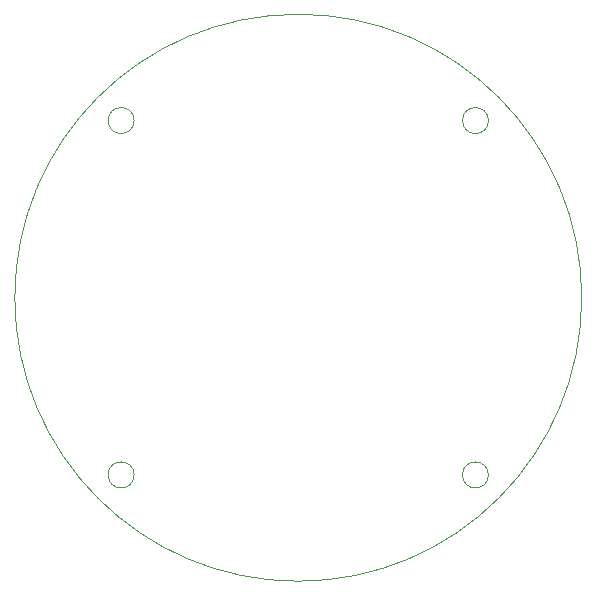
<source format=gbr>
G04 #@! TF.FileFunction,Profile,NP*
%FSLAX46Y46*%
G04 Gerber Fmt 4.6, Leading zero omitted, Abs format (unit mm)*
G04 Created by KiCad (PCBNEW 4.0.7) date 06/27/18 01:28:05*
%MOMM*%
%LPD*%
G01*
G04 APERTURE LIST*
%ADD10C,0.100000*%
G04 APERTURE END LIST*
D10*
X137944100Y-93693100D02*
G75*
G03X137944100Y-93693100I-24000000J0D01*
G01*
X130044100Y-108693100D02*
G75*
G03X130044100Y-108693100I-1100000J0D01*
G01*
X100044100Y-108693100D02*
G75*
G03X100044100Y-108693100I-1100000J0D01*
G01*
X130044100Y-78693100D02*
G75*
G03X130044100Y-78693100I-1100000J0D01*
G01*
X100044100Y-78693100D02*
G75*
G03X100044100Y-78693100I-1100000J0D01*
G01*
M02*

</source>
